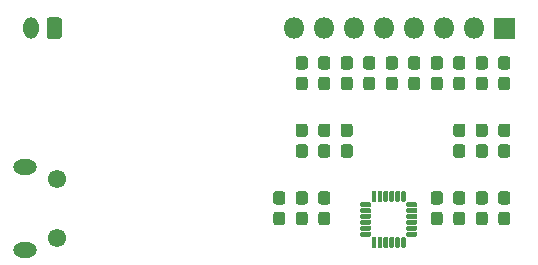
<source format=gbr>
%TF.GenerationSoftware,KiCad,Pcbnew,(5.1.9)-1*%
%TF.CreationDate,2021-06-05T13:50:50-03:00*%
%TF.ProjectId,Themu-Main,5468656d-752d-44d6-9169-6e2e6b696361,02*%
%TF.SameCoordinates,Original*%
%TF.FileFunction,Soldermask,Bot*%
%TF.FilePolarity,Negative*%
%FSLAX46Y46*%
G04 Gerber Fmt 4.6, Leading zero omitted, Abs format (unit mm)*
G04 Created by KiCad (PCBNEW (5.1.9)-1) date 2021-06-05 13:50:50*
%MOMM*%
%LPD*%
G01*
G04 APERTURE LIST*
%ADD10O,2.000000X1.300000*%
%ADD11C,1.550000*%
%ADD12O,1.300000X1.850000*%
%ADD13O,1.800000X1.800000*%
G04 APERTURE END LIST*
D10*
%TO.C,J1*%
X46387500Y-99385000D03*
X46387500Y-92385000D03*
D11*
X49087500Y-98385000D03*
X49087500Y-93385000D03*
%TD*%
D12*
%TO.C,J2*%
X46895000Y-80645000D03*
G36*
G01*
X49545000Y-79990832D02*
X49545000Y-81299168D01*
G75*
G02*
X49274168Y-81570000I-270832J0D01*
G01*
X48515832Y-81570000D01*
G75*
G02*
X48245000Y-81299168I0J270832D01*
G01*
X48245000Y-79990832D01*
G75*
G02*
X48515832Y-79720000I270832J0D01*
G01*
X49274168Y-79720000D01*
G75*
G02*
X49545000Y-79990832I0J-270832D01*
G01*
G37*
%TD*%
%TO.C,R21*%
G36*
G01*
X71492500Y-90470000D02*
X72017500Y-90470000D01*
G75*
G02*
X72280000Y-90732500I0J-262500D01*
G01*
X72280000Y-91357500D01*
G75*
G02*
X72017500Y-91620000I-262500J0D01*
G01*
X71492500Y-91620000D01*
G75*
G02*
X71230000Y-91357500I0J262500D01*
G01*
X71230000Y-90732500D01*
G75*
G02*
X71492500Y-90470000I262500J0D01*
G01*
G37*
G36*
G01*
X71492500Y-88720000D02*
X72017500Y-88720000D01*
G75*
G02*
X72280000Y-88982500I0J-262500D01*
G01*
X72280000Y-89607500D01*
G75*
G02*
X72017500Y-89870000I-262500J0D01*
G01*
X71492500Y-89870000D01*
G75*
G02*
X71230000Y-89607500I0J262500D01*
G01*
X71230000Y-88982500D01*
G75*
G02*
X71492500Y-88720000I262500J0D01*
G01*
G37*
%TD*%
%TO.C,R20*%
G36*
G01*
X73397500Y-90470000D02*
X73922500Y-90470000D01*
G75*
G02*
X74185000Y-90732500I0J-262500D01*
G01*
X74185000Y-91357500D01*
G75*
G02*
X73922500Y-91620000I-262500J0D01*
G01*
X73397500Y-91620000D01*
G75*
G02*
X73135000Y-91357500I0J262500D01*
G01*
X73135000Y-90732500D01*
G75*
G02*
X73397500Y-90470000I262500J0D01*
G01*
G37*
G36*
G01*
X73397500Y-88720000D02*
X73922500Y-88720000D01*
G75*
G02*
X74185000Y-88982500I0J-262500D01*
G01*
X74185000Y-89607500D01*
G75*
G02*
X73922500Y-89870000I-262500J0D01*
G01*
X73397500Y-89870000D01*
G75*
G02*
X73135000Y-89607500I0J262500D01*
G01*
X73135000Y-88982500D01*
G75*
G02*
X73397500Y-88720000I262500J0D01*
G01*
G37*
%TD*%
%TO.C,R3*%
G36*
G01*
X69587500Y-90470000D02*
X70112500Y-90470000D01*
G75*
G02*
X70375000Y-90732500I0J-262500D01*
G01*
X70375000Y-91357500D01*
G75*
G02*
X70112500Y-91620000I-262500J0D01*
G01*
X69587500Y-91620000D01*
G75*
G02*
X69325000Y-91357500I0J262500D01*
G01*
X69325000Y-90732500D01*
G75*
G02*
X69587500Y-90470000I262500J0D01*
G01*
G37*
G36*
G01*
X69587500Y-88720000D02*
X70112500Y-88720000D01*
G75*
G02*
X70375000Y-88982500I0J-262500D01*
G01*
X70375000Y-89607500D01*
G75*
G02*
X70112500Y-89870000I-262500J0D01*
G01*
X69587500Y-89870000D01*
G75*
G02*
X69325000Y-89607500I0J262500D01*
G01*
X69325000Y-88982500D01*
G75*
G02*
X69587500Y-88720000I262500J0D01*
G01*
G37*
%TD*%
%TO.C,C5*%
G36*
G01*
X86732500Y-90470000D02*
X87257500Y-90470000D01*
G75*
G02*
X87520000Y-90732500I0J-262500D01*
G01*
X87520000Y-91357500D01*
G75*
G02*
X87257500Y-91620000I-262500J0D01*
G01*
X86732500Y-91620000D01*
G75*
G02*
X86470000Y-91357500I0J262500D01*
G01*
X86470000Y-90732500D01*
G75*
G02*
X86732500Y-90470000I262500J0D01*
G01*
G37*
G36*
G01*
X86732500Y-88720000D02*
X87257500Y-88720000D01*
G75*
G02*
X87520000Y-88982500I0J-262500D01*
G01*
X87520000Y-89607500D01*
G75*
G02*
X87257500Y-89870000I-262500J0D01*
G01*
X86732500Y-89870000D01*
G75*
G02*
X86470000Y-89607500I0J262500D01*
G01*
X86470000Y-88982500D01*
G75*
G02*
X86732500Y-88720000I262500J0D01*
G01*
G37*
%TD*%
%TO.C,C6*%
G36*
G01*
X85352500Y-84155000D02*
X84827500Y-84155000D01*
G75*
G02*
X84565000Y-83892500I0J262500D01*
G01*
X84565000Y-83267500D01*
G75*
G02*
X84827500Y-83005000I262500J0D01*
G01*
X85352500Y-83005000D01*
G75*
G02*
X85615000Y-83267500I0J-262500D01*
G01*
X85615000Y-83892500D01*
G75*
G02*
X85352500Y-84155000I-262500J0D01*
G01*
G37*
G36*
G01*
X85352500Y-85905000D02*
X84827500Y-85905000D01*
G75*
G02*
X84565000Y-85642500I0J262500D01*
G01*
X84565000Y-85017500D01*
G75*
G02*
X84827500Y-84755000I262500J0D01*
G01*
X85352500Y-84755000D01*
G75*
G02*
X85615000Y-85017500I0J-262500D01*
G01*
X85615000Y-85642500D01*
G75*
G02*
X85352500Y-85905000I-262500J0D01*
G01*
G37*
%TD*%
%TO.C,C7*%
G36*
G01*
X87257500Y-85905000D02*
X86732500Y-85905000D01*
G75*
G02*
X86470000Y-85642500I0J262500D01*
G01*
X86470000Y-85017500D01*
G75*
G02*
X86732500Y-84755000I262500J0D01*
G01*
X87257500Y-84755000D01*
G75*
G02*
X87520000Y-85017500I0J-262500D01*
G01*
X87520000Y-85642500D01*
G75*
G02*
X87257500Y-85905000I-262500J0D01*
G01*
G37*
G36*
G01*
X87257500Y-84155000D02*
X86732500Y-84155000D01*
G75*
G02*
X86470000Y-83892500I0J262500D01*
G01*
X86470000Y-83267500D01*
G75*
G02*
X86732500Y-83005000I262500J0D01*
G01*
X87257500Y-83005000D01*
G75*
G02*
X87520000Y-83267500I0J-262500D01*
G01*
X87520000Y-83892500D01*
G75*
G02*
X87257500Y-84155000I-262500J0D01*
G01*
G37*
%TD*%
%TO.C,C9*%
G36*
G01*
X72017500Y-84155000D02*
X71492500Y-84155000D01*
G75*
G02*
X71230000Y-83892500I0J262500D01*
G01*
X71230000Y-83267500D01*
G75*
G02*
X71492500Y-83005000I262500J0D01*
G01*
X72017500Y-83005000D01*
G75*
G02*
X72280000Y-83267500I0J-262500D01*
G01*
X72280000Y-83892500D01*
G75*
G02*
X72017500Y-84155000I-262500J0D01*
G01*
G37*
G36*
G01*
X72017500Y-85905000D02*
X71492500Y-85905000D01*
G75*
G02*
X71230000Y-85642500I0J262500D01*
G01*
X71230000Y-85017500D01*
G75*
G02*
X71492500Y-84755000I262500J0D01*
G01*
X72017500Y-84755000D01*
G75*
G02*
X72280000Y-85017500I0J-262500D01*
G01*
X72280000Y-85642500D01*
G75*
G02*
X72017500Y-85905000I-262500J0D01*
G01*
G37*
%TD*%
%TO.C,C10*%
G36*
G01*
X84827500Y-94435000D02*
X85352500Y-94435000D01*
G75*
G02*
X85615000Y-94697500I0J-262500D01*
G01*
X85615000Y-95322500D01*
G75*
G02*
X85352500Y-95585000I-262500J0D01*
G01*
X84827500Y-95585000D01*
G75*
G02*
X84565000Y-95322500I0J262500D01*
G01*
X84565000Y-94697500D01*
G75*
G02*
X84827500Y-94435000I262500J0D01*
G01*
G37*
G36*
G01*
X84827500Y-96185000D02*
X85352500Y-96185000D01*
G75*
G02*
X85615000Y-96447500I0J-262500D01*
G01*
X85615000Y-97072500D01*
G75*
G02*
X85352500Y-97335000I-262500J0D01*
G01*
X84827500Y-97335000D01*
G75*
G02*
X84565000Y-97072500I0J262500D01*
G01*
X84565000Y-96447500D01*
G75*
G02*
X84827500Y-96185000I262500J0D01*
G01*
G37*
%TD*%
%TO.C,C11*%
G36*
G01*
X82922500Y-96185000D02*
X83447500Y-96185000D01*
G75*
G02*
X83710000Y-96447500I0J-262500D01*
G01*
X83710000Y-97072500D01*
G75*
G02*
X83447500Y-97335000I-262500J0D01*
G01*
X82922500Y-97335000D01*
G75*
G02*
X82660000Y-97072500I0J262500D01*
G01*
X82660000Y-96447500D01*
G75*
G02*
X82922500Y-96185000I262500J0D01*
G01*
G37*
G36*
G01*
X82922500Y-94435000D02*
X83447500Y-94435000D01*
G75*
G02*
X83710000Y-94697500I0J-262500D01*
G01*
X83710000Y-95322500D01*
G75*
G02*
X83447500Y-95585000I-262500J0D01*
G01*
X82922500Y-95585000D01*
G75*
G02*
X82660000Y-95322500I0J262500D01*
G01*
X82660000Y-94697500D01*
G75*
G02*
X82922500Y-94435000I262500J0D01*
G01*
G37*
%TD*%
%TO.C,C12*%
G36*
G01*
X81017500Y-94435000D02*
X81542500Y-94435000D01*
G75*
G02*
X81805000Y-94697500I0J-262500D01*
G01*
X81805000Y-95322500D01*
G75*
G02*
X81542500Y-95585000I-262500J0D01*
G01*
X81017500Y-95585000D01*
G75*
G02*
X80755000Y-95322500I0J262500D01*
G01*
X80755000Y-94697500D01*
G75*
G02*
X81017500Y-94435000I262500J0D01*
G01*
G37*
G36*
G01*
X81017500Y-96185000D02*
X81542500Y-96185000D01*
G75*
G02*
X81805000Y-96447500I0J-262500D01*
G01*
X81805000Y-97072500D01*
G75*
G02*
X81542500Y-97335000I-262500J0D01*
G01*
X81017500Y-97335000D01*
G75*
G02*
X80755000Y-97072500I0J262500D01*
G01*
X80755000Y-96447500D01*
G75*
G02*
X81017500Y-96185000I262500J0D01*
G01*
G37*
%TD*%
%TO.C,C13*%
G36*
G01*
X68207500Y-97335000D02*
X67682500Y-97335000D01*
G75*
G02*
X67420000Y-97072500I0J262500D01*
G01*
X67420000Y-96447500D01*
G75*
G02*
X67682500Y-96185000I262500J0D01*
G01*
X68207500Y-96185000D01*
G75*
G02*
X68470000Y-96447500I0J-262500D01*
G01*
X68470000Y-97072500D01*
G75*
G02*
X68207500Y-97335000I-262500J0D01*
G01*
G37*
G36*
G01*
X68207500Y-95585000D02*
X67682500Y-95585000D01*
G75*
G02*
X67420000Y-95322500I0J262500D01*
G01*
X67420000Y-94697500D01*
G75*
G02*
X67682500Y-94435000I262500J0D01*
G01*
X68207500Y-94435000D01*
G75*
G02*
X68470000Y-94697500I0J-262500D01*
G01*
X68470000Y-95322500D01*
G75*
G02*
X68207500Y-95585000I-262500J0D01*
G01*
G37*
%TD*%
D13*
%TO.C,J3*%
X69215000Y-80645000D03*
X71755000Y-80645000D03*
X74295000Y-80645000D03*
X76835000Y-80645000D03*
X79375000Y-80645000D03*
X81915000Y-80645000D03*
X84455000Y-80645000D03*
G36*
G01*
X87845000Y-81545000D02*
X86145000Y-81545000D01*
G75*
G02*
X86095000Y-81495000I0J50000D01*
G01*
X86095000Y-79795000D01*
G75*
G02*
X86145000Y-79745000I50000J0D01*
G01*
X87845000Y-79745000D01*
G75*
G02*
X87895000Y-79795000I0J-50000D01*
G01*
X87895000Y-81495000D01*
G75*
G02*
X87845000Y-81545000I-50000J0D01*
G01*
G37*
%TD*%
%TO.C,R5*%
G36*
G01*
X82922500Y-90470000D02*
X83447500Y-90470000D01*
G75*
G02*
X83710000Y-90732500I0J-262500D01*
G01*
X83710000Y-91357500D01*
G75*
G02*
X83447500Y-91620000I-262500J0D01*
G01*
X82922500Y-91620000D01*
G75*
G02*
X82660000Y-91357500I0J262500D01*
G01*
X82660000Y-90732500D01*
G75*
G02*
X82922500Y-90470000I262500J0D01*
G01*
G37*
G36*
G01*
X82922500Y-88720000D02*
X83447500Y-88720000D01*
G75*
G02*
X83710000Y-88982500I0J-262500D01*
G01*
X83710000Y-89607500D01*
G75*
G02*
X83447500Y-89870000I-262500J0D01*
G01*
X82922500Y-89870000D01*
G75*
G02*
X82660000Y-89607500I0J262500D01*
G01*
X82660000Y-88982500D01*
G75*
G02*
X82922500Y-88720000I262500J0D01*
G01*
G37*
%TD*%
%TO.C,R10*%
G36*
G01*
X85352500Y-89870000D02*
X84827500Y-89870000D01*
G75*
G02*
X84565000Y-89607500I0J262500D01*
G01*
X84565000Y-88982500D01*
G75*
G02*
X84827500Y-88720000I262500J0D01*
G01*
X85352500Y-88720000D01*
G75*
G02*
X85615000Y-88982500I0J-262500D01*
G01*
X85615000Y-89607500D01*
G75*
G02*
X85352500Y-89870000I-262500J0D01*
G01*
G37*
G36*
G01*
X85352500Y-91620000D02*
X84827500Y-91620000D01*
G75*
G02*
X84565000Y-91357500I0J262500D01*
G01*
X84565000Y-90732500D01*
G75*
G02*
X84827500Y-90470000I262500J0D01*
G01*
X85352500Y-90470000D01*
G75*
G02*
X85615000Y-90732500I0J-262500D01*
G01*
X85615000Y-91357500D01*
G75*
G02*
X85352500Y-91620000I-262500J0D01*
G01*
G37*
%TD*%
%TO.C,R11*%
G36*
G01*
X73397500Y-84755000D02*
X73922500Y-84755000D01*
G75*
G02*
X74185000Y-85017500I0J-262500D01*
G01*
X74185000Y-85642500D01*
G75*
G02*
X73922500Y-85905000I-262500J0D01*
G01*
X73397500Y-85905000D01*
G75*
G02*
X73135000Y-85642500I0J262500D01*
G01*
X73135000Y-85017500D01*
G75*
G02*
X73397500Y-84755000I262500J0D01*
G01*
G37*
G36*
G01*
X73397500Y-83005000D02*
X73922500Y-83005000D01*
G75*
G02*
X74185000Y-83267500I0J-262500D01*
G01*
X74185000Y-83892500D01*
G75*
G02*
X73922500Y-84155000I-262500J0D01*
G01*
X73397500Y-84155000D01*
G75*
G02*
X73135000Y-83892500I0J262500D01*
G01*
X73135000Y-83267500D01*
G75*
G02*
X73397500Y-83005000I262500J0D01*
G01*
G37*
%TD*%
%TO.C,R12*%
G36*
G01*
X69587500Y-96185000D02*
X70112500Y-96185000D01*
G75*
G02*
X70375000Y-96447500I0J-262500D01*
G01*
X70375000Y-97072500D01*
G75*
G02*
X70112500Y-97335000I-262500J0D01*
G01*
X69587500Y-97335000D01*
G75*
G02*
X69325000Y-97072500I0J262500D01*
G01*
X69325000Y-96447500D01*
G75*
G02*
X69587500Y-96185000I262500J0D01*
G01*
G37*
G36*
G01*
X69587500Y-94435000D02*
X70112500Y-94435000D01*
G75*
G02*
X70375000Y-94697500I0J-262500D01*
G01*
X70375000Y-95322500D01*
G75*
G02*
X70112500Y-95585000I-262500J0D01*
G01*
X69587500Y-95585000D01*
G75*
G02*
X69325000Y-95322500I0J262500D01*
G01*
X69325000Y-94697500D01*
G75*
G02*
X69587500Y-94435000I262500J0D01*
G01*
G37*
%TD*%
%TO.C,R13*%
G36*
G01*
X86732500Y-94435000D02*
X87257500Y-94435000D01*
G75*
G02*
X87520000Y-94697500I0J-262500D01*
G01*
X87520000Y-95322500D01*
G75*
G02*
X87257500Y-95585000I-262500J0D01*
G01*
X86732500Y-95585000D01*
G75*
G02*
X86470000Y-95322500I0J262500D01*
G01*
X86470000Y-94697500D01*
G75*
G02*
X86732500Y-94435000I262500J0D01*
G01*
G37*
G36*
G01*
X86732500Y-96185000D02*
X87257500Y-96185000D01*
G75*
G02*
X87520000Y-96447500I0J-262500D01*
G01*
X87520000Y-97072500D01*
G75*
G02*
X87257500Y-97335000I-262500J0D01*
G01*
X86732500Y-97335000D01*
G75*
G02*
X86470000Y-97072500I0J262500D01*
G01*
X86470000Y-96447500D01*
G75*
G02*
X86732500Y-96185000I262500J0D01*
G01*
G37*
%TD*%
%TO.C,R14*%
G36*
G01*
X71492500Y-94435000D02*
X72017500Y-94435000D01*
G75*
G02*
X72280000Y-94697500I0J-262500D01*
G01*
X72280000Y-95322500D01*
G75*
G02*
X72017500Y-95585000I-262500J0D01*
G01*
X71492500Y-95585000D01*
G75*
G02*
X71230000Y-95322500I0J262500D01*
G01*
X71230000Y-94697500D01*
G75*
G02*
X71492500Y-94435000I262500J0D01*
G01*
G37*
G36*
G01*
X71492500Y-96185000D02*
X72017500Y-96185000D01*
G75*
G02*
X72280000Y-96447500I0J-262500D01*
G01*
X72280000Y-97072500D01*
G75*
G02*
X72017500Y-97335000I-262500J0D01*
G01*
X71492500Y-97335000D01*
G75*
G02*
X71230000Y-97072500I0J262500D01*
G01*
X71230000Y-96447500D01*
G75*
G02*
X71492500Y-96185000I262500J0D01*
G01*
G37*
%TD*%
%TO.C,R15*%
G36*
G01*
X82922500Y-83005000D02*
X83447500Y-83005000D01*
G75*
G02*
X83710000Y-83267500I0J-262500D01*
G01*
X83710000Y-83892500D01*
G75*
G02*
X83447500Y-84155000I-262500J0D01*
G01*
X82922500Y-84155000D01*
G75*
G02*
X82660000Y-83892500I0J262500D01*
G01*
X82660000Y-83267500D01*
G75*
G02*
X82922500Y-83005000I262500J0D01*
G01*
G37*
G36*
G01*
X82922500Y-84755000D02*
X83447500Y-84755000D01*
G75*
G02*
X83710000Y-85017500I0J-262500D01*
G01*
X83710000Y-85642500D01*
G75*
G02*
X83447500Y-85905000I-262500J0D01*
G01*
X82922500Y-85905000D01*
G75*
G02*
X82660000Y-85642500I0J262500D01*
G01*
X82660000Y-85017500D01*
G75*
G02*
X82922500Y-84755000I262500J0D01*
G01*
G37*
%TD*%
%TO.C,R16*%
G36*
G01*
X81017500Y-84755000D02*
X81542500Y-84755000D01*
G75*
G02*
X81805000Y-85017500I0J-262500D01*
G01*
X81805000Y-85642500D01*
G75*
G02*
X81542500Y-85905000I-262500J0D01*
G01*
X81017500Y-85905000D01*
G75*
G02*
X80755000Y-85642500I0J262500D01*
G01*
X80755000Y-85017500D01*
G75*
G02*
X81017500Y-84755000I262500J0D01*
G01*
G37*
G36*
G01*
X81017500Y-83005000D02*
X81542500Y-83005000D01*
G75*
G02*
X81805000Y-83267500I0J-262500D01*
G01*
X81805000Y-83892500D01*
G75*
G02*
X81542500Y-84155000I-262500J0D01*
G01*
X81017500Y-84155000D01*
G75*
G02*
X80755000Y-83892500I0J262500D01*
G01*
X80755000Y-83267500D01*
G75*
G02*
X81017500Y-83005000I262500J0D01*
G01*
G37*
%TD*%
%TO.C,R17*%
G36*
G01*
X79112500Y-83005000D02*
X79637500Y-83005000D01*
G75*
G02*
X79900000Y-83267500I0J-262500D01*
G01*
X79900000Y-83892500D01*
G75*
G02*
X79637500Y-84155000I-262500J0D01*
G01*
X79112500Y-84155000D01*
G75*
G02*
X78850000Y-83892500I0J262500D01*
G01*
X78850000Y-83267500D01*
G75*
G02*
X79112500Y-83005000I262500J0D01*
G01*
G37*
G36*
G01*
X79112500Y-84755000D02*
X79637500Y-84755000D01*
G75*
G02*
X79900000Y-85017500I0J-262500D01*
G01*
X79900000Y-85642500D01*
G75*
G02*
X79637500Y-85905000I-262500J0D01*
G01*
X79112500Y-85905000D01*
G75*
G02*
X78850000Y-85642500I0J262500D01*
G01*
X78850000Y-85017500D01*
G75*
G02*
X79112500Y-84755000I262500J0D01*
G01*
G37*
%TD*%
%TO.C,R18*%
G36*
G01*
X77207500Y-84755000D02*
X77732500Y-84755000D01*
G75*
G02*
X77995000Y-85017500I0J-262500D01*
G01*
X77995000Y-85642500D01*
G75*
G02*
X77732500Y-85905000I-262500J0D01*
G01*
X77207500Y-85905000D01*
G75*
G02*
X76945000Y-85642500I0J262500D01*
G01*
X76945000Y-85017500D01*
G75*
G02*
X77207500Y-84755000I262500J0D01*
G01*
G37*
G36*
G01*
X77207500Y-83005000D02*
X77732500Y-83005000D01*
G75*
G02*
X77995000Y-83267500I0J-262500D01*
G01*
X77995000Y-83892500D01*
G75*
G02*
X77732500Y-84155000I-262500J0D01*
G01*
X77207500Y-84155000D01*
G75*
G02*
X76945000Y-83892500I0J262500D01*
G01*
X76945000Y-83267500D01*
G75*
G02*
X77207500Y-83005000I262500J0D01*
G01*
G37*
%TD*%
%TO.C,R19*%
G36*
G01*
X75302500Y-83005000D02*
X75827500Y-83005000D01*
G75*
G02*
X76090000Y-83267500I0J-262500D01*
G01*
X76090000Y-83892500D01*
G75*
G02*
X75827500Y-84155000I-262500J0D01*
G01*
X75302500Y-84155000D01*
G75*
G02*
X75040000Y-83892500I0J262500D01*
G01*
X75040000Y-83267500D01*
G75*
G02*
X75302500Y-83005000I262500J0D01*
G01*
G37*
G36*
G01*
X75302500Y-84755000D02*
X75827500Y-84755000D01*
G75*
G02*
X76090000Y-85017500I0J-262500D01*
G01*
X76090000Y-85642500D01*
G75*
G02*
X75827500Y-85905000I-262500J0D01*
G01*
X75302500Y-85905000D01*
G75*
G02*
X75040000Y-85642500I0J262500D01*
G01*
X75040000Y-85017500D01*
G75*
G02*
X75302500Y-84755000I262500J0D01*
G01*
G37*
%TD*%
%TO.C,U5*%
G36*
G01*
X74791000Y-98187500D02*
X74791000Y-97987500D01*
G75*
G02*
X74891000Y-97887500I100000J0D01*
G01*
X75641000Y-97887500D01*
G75*
G02*
X75741000Y-97987500I0J-100000D01*
G01*
X75741000Y-98187500D01*
G75*
G02*
X75641000Y-98287500I-100000J0D01*
G01*
X74891000Y-98287500D01*
G75*
G02*
X74791000Y-98187500I0J100000D01*
G01*
G37*
G36*
G01*
X74791000Y-97687500D02*
X74791000Y-97487500D01*
G75*
G02*
X74891000Y-97387500I100000J0D01*
G01*
X75641000Y-97387500D01*
G75*
G02*
X75741000Y-97487500I0J-100000D01*
G01*
X75741000Y-97687500D01*
G75*
G02*
X75641000Y-97787500I-100000J0D01*
G01*
X74891000Y-97787500D01*
G75*
G02*
X74791000Y-97687500I0J100000D01*
G01*
G37*
G36*
G01*
X74791000Y-97187500D02*
X74791000Y-96987500D01*
G75*
G02*
X74891000Y-96887500I100000J0D01*
G01*
X75641000Y-96887500D01*
G75*
G02*
X75741000Y-96987500I0J-100000D01*
G01*
X75741000Y-97187500D01*
G75*
G02*
X75641000Y-97287500I-100000J0D01*
G01*
X74891000Y-97287500D01*
G75*
G02*
X74791000Y-97187500I0J100000D01*
G01*
G37*
G36*
G01*
X74791000Y-96687500D02*
X74791000Y-96487500D01*
G75*
G02*
X74891000Y-96387500I100000J0D01*
G01*
X75641000Y-96387500D01*
G75*
G02*
X75741000Y-96487500I0J-100000D01*
G01*
X75741000Y-96687500D01*
G75*
G02*
X75641000Y-96787500I-100000J0D01*
G01*
X74891000Y-96787500D01*
G75*
G02*
X74791000Y-96687500I0J100000D01*
G01*
G37*
G36*
G01*
X74791000Y-96187500D02*
X74791000Y-95987500D01*
G75*
G02*
X74891000Y-95887500I100000J0D01*
G01*
X75641000Y-95887500D01*
G75*
G02*
X75741000Y-95987500I0J-100000D01*
G01*
X75741000Y-96187500D01*
G75*
G02*
X75641000Y-96287500I-100000J0D01*
G01*
X74891000Y-96287500D01*
G75*
G02*
X74791000Y-96187500I0J100000D01*
G01*
G37*
G36*
G01*
X74791000Y-95687500D02*
X74791000Y-95487500D01*
G75*
G02*
X74891000Y-95387500I100000J0D01*
G01*
X75641000Y-95387500D01*
G75*
G02*
X75741000Y-95487500I0J-100000D01*
G01*
X75741000Y-95687500D01*
G75*
G02*
X75641000Y-95787500I-100000J0D01*
G01*
X74891000Y-95787500D01*
G75*
G02*
X74791000Y-95687500I0J100000D01*
G01*
G37*
G36*
G01*
X75866000Y-94412500D02*
X76066000Y-94412500D01*
G75*
G02*
X76166000Y-94512500I0J-100000D01*
G01*
X76166000Y-95262500D01*
G75*
G02*
X76066000Y-95362500I-100000J0D01*
G01*
X75866000Y-95362500D01*
G75*
G02*
X75766000Y-95262500I0J100000D01*
G01*
X75766000Y-94512500D01*
G75*
G02*
X75866000Y-94412500I100000J0D01*
G01*
G37*
G36*
G01*
X76366000Y-94412500D02*
X76566000Y-94412500D01*
G75*
G02*
X76666000Y-94512500I0J-100000D01*
G01*
X76666000Y-95262500D01*
G75*
G02*
X76566000Y-95362500I-100000J0D01*
G01*
X76366000Y-95362500D01*
G75*
G02*
X76266000Y-95262500I0J100000D01*
G01*
X76266000Y-94512500D01*
G75*
G02*
X76366000Y-94412500I100000J0D01*
G01*
G37*
G36*
G01*
X76866000Y-94412500D02*
X77066000Y-94412500D01*
G75*
G02*
X77166000Y-94512500I0J-100000D01*
G01*
X77166000Y-95262500D01*
G75*
G02*
X77066000Y-95362500I-100000J0D01*
G01*
X76866000Y-95362500D01*
G75*
G02*
X76766000Y-95262500I0J100000D01*
G01*
X76766000Y-94512500D01*
G75*
G02*
X76866000Y-94412500I100000J0D01*
G01*
G37*
G36*
G01*
X77366000Y-94412500D02*
X77566000Y-94412500D01*
G75*
G02*
X77666000Y-94512500I0J-100000D01*
G01*
X77666000Y-95262500D01*
G75*
G02*
X77566000Y-95362500I-100000J0D01*
G01*
X77366000Y-95362500D01*
G75*
G02*
X77266000Y-95262500I0J100000D01*
G01*
X77266000Y-94512500D01*
G75*
G02*
X77366000Y-94412500I100000J0D01*
G01*
G37*
G36*
G01*
X77866000Y-94412500D02*
X78066000Y-94412500D01*
G75*
G02*
X78166000Y-94512500I0J-100000D01*
G01*
X78166000Y-95262500D01*
G75*
G02*
X78066000Y-95362500I-100000J0D01*
G01*
X77866000Y-95362500D01*
G75*
G02*
X77766000Y-95262500I0J100000D01*
G01*
X77766000Y-94512500D01*
G75*
G02*
X77866000Y-94412500I100000J0D01*
G01*
G37*
G36*
G01*
X78366000Y-94412500D02*
X78566000Y-94412500D01*
G75*
G02*
X78666000Y-94512500I0J-100000D01*
G01*
X78666000Y-95262500D01*
G75*
G02*
X78566000Y-95362500I-100000J0D01*
G01*
X78366000Y-95362500D01*
G75*
G02*
X78266000Y-95262500I0J100000D01*
G01*
X78266000Y-94512500D01*
G75*
G02*
X78366000Y-94412500I100000J0D01*
G01*
G37*
G36*
G01*
X78691000Y-95687500D02*
X78691000Y-95487500D01*
G75*
G02*
X78791000Y-95387500I100000J0D01*
G01*
X79541000Y-95387500D01*
G75*
G02*
X79641000Y-95487500I0J-100000D01*
G01*
X79641000Y-95687500D01*
G75*
G02*
X79541000Y-95787500I-100000J0D01*
G01*
X78791000Y-95787500D01*
G75*
G02*
X78691000Y-95687500I0J100000D01*
G01*
G37*
G36*
G01*
X78691000Y-96187500D02*
X78691000Y-95987500D01*
G75*
G02*
X78791000Y-95887500I100000J0D01*
G01*
X79541000Y-95887500D01*
G75*
G02*
X79641000Y-95987500I0J-100000D01*
G01*
X79641000Y-96187500D01*
G75*
G02*
X79541000Y-96287500I-100000J0D01*
G01*
X78791000Y-96287500D01*
G75*
G02*
X78691000Y-96187500I0J100000D01*
G01*
G37*
G36*
G01*
X78691000Y-96687500D02*
X78691000Y-96487500D01*
G75*
G02*
X78791000Y-96387500I100000J0D01*
G01*
X79541000Y-96387500D01*
G75*
G02*
X79641000Y-96487500I0J-100000D01*
G01*
X79641000Y-96687500D01*
G75*
G02*
X79541000Y-96787500I-100000J0D01*
G01*
X78791000Y-96787500D01*
G75*
G02*
X78691000Y-96687500I0J100000D01*
G01*
G37*
G36*
G01*
X78691000Y-97187500D02*
X78691000Y-96987500D01*
G75*
G02*
X78791000Y-96887500I100000J0D01*
G01*
X79541000Y-96887500D01*
G75*
G02*
X79641000Y-96987500I0J-100000D01*
G01*
X79641000Y-97187500D01*
G75*
G02*
X79541000Y-97287500I-100000J0D01*
G01*
X78791000Y-97287500D01*
G75*
G02*
X78691000Y-97187500I0J100000D01*
G01*
G37*
G36*
G01*
X78691000Y-97687500D02*
X78691000Y-97487500D01*
G75*
G02*
X78791000Y-97387500I100000J0D01*
G01*
X79541000Y-97387500D01*
G75*
G02*
X79641000Y-97487500I0J-100000D01*
G01*
X79641000Y-97687500D01*
G75*
G02*
X79541000Y-97787500I-100000J0D01*
G01*
X78791000Y-97787500D01*
G75*
G02*
X78691000Y-97687500I0J100000D01*
G01*
G37*
G36*
G01*
X78691000Y-98187500D02*
X78691000Y-97987500D01*
G75*
G02*
X78791000Y-97887500I100000J0D01*
G01*
X79541000Y-97887500D01*
G75*
G02*
X79641000Y-97987500I0J-100000D01*
G01*
X79641000Y-98187500D01*
G75*
G02*
X79541000Y-98287500I-100000J0D01*
G01*
X78791000Y-98287500D01*
G75*
G02*
X78691000Y-98187500I0J100000D01*
G01*
G37*
G36*
G01*
X78366000Y-98312500D02*
X78566000Y-98312500D01*
G75*
G02*
X78666000Y-98412500I0J-100000D01*
G01*
X78666000Y-99162500D01*
G75*
G02*
X78566000Y-99262500I-100000J0D01*
G01*
X78366000Y-99262500D01*
G75*
G02*
X78266000Y-99162500I0J100000D01*
G01*
X78266000Y-98412500D01*
G75*
G02*
X78366000Y-98312500I100000J0D01*
G01*
G37*
G36*
G01*
X77866000Y-98312500D02*
X78066000Y-98312500D01*
G75*
G02*
X78166000Y-98412500I0J-100000D01*
G01*
X78166000Y-99162500D01*
G75*
G02*
X78066000Y-99262500I-100000J0D01*
G01*
X77866000Y-99262500D01*
G75*
G02*
X77766000Y-99162500I0J100000D01*
G01*
X77766000Y-98412500D01*
G75*
G02*
X77866000Y-98312500I100000J0D01*
G01*
G37*
G36*
G01*
X77366000Y-98312500D02*
X77566000Y-98312500D01*
G75*
G02*
X77666000Y-98412500I0J-100000D01*
G01*
X77666000Y-99162500D01*
G75*
G02*
X77566000Y-99262500I-100000J0D01*
G01*
X77366000Y-99262500D01*
G75*
G02*
X77266000Y-99162500I0J100000D01*
G01*
X77266000Y-98412500D01*
G75*
G02*
X77366000Y-98312500I100000J0D01*
G01*
G37*
G36*
G01*
X76866000Y-98312500D02*
X77066000Y-98312500D01*
G75*
G02*
X77166000Y-98412500I0J-100000D01*
G01*
X77166000Y-99162500D01*
G75*
G02*
X77066000Y-99262500I-100000J0D01*
G01*
X76866000Y-99262500D01*
G75*
G02*
X76766000Y-99162500I0J100000D01*
G01*
X76766000Y-98412500D01*
G75*
G02*
X76866000Y-98312500I100000J0D01*
G01*
G37*
G36*
G01*
X76366000Y-98312500D02*
X76566000Y-98312500D01*
G75*
G02*
X76666000Y-98412500I0J-100000D01*
G01*
X76666000Y-99162500D01*
G75*
G02*
X76566000Y-99262500I-100000J0D01*
G01*
X76366000Y-99262500D01*
G75*
G02*
X76266000Y-99162500I0J100000D01*
G01*
X76266000Y-98412500D01*
G75*
G02*
X76366000Y-98312500I100000J0D01*
G01*
G37*
G36*
G01*
X75866000Y-98312500D02*
X76066000Y-98312500D01*
G75*
G02*
X76166000Y-98412500I0J-100000D01*
G01*
X76166000Y-99162500D01*
G75*
G02*
X76066000Y-99262500I-100000J0D01*
G01*
X75866000Y-99262500D01*
G75*
G02*
X75766000Y-99162500I0J100000D01*
G01*
X75766000Y-98412500D01*
G75*
G02*
X75866000Y-98312500I100000J0D01*
G01*
G37*
%TD*%
%TO.C,R22*%
G36*
G01*
X69587500Y-84755000D02*
X70112500Y-84755000D01*
G75*
G02*
X70375000Y-85017500I0J-262500D01*
G01*
X70375000Y-85642500D01*
G75*
G02*
X70112500Y-85905000I-262500J0D01*
G01*
X69587500Y-85905000D01*
G75*
G02*
X69325000Y-85642500I0J262500D01*
G01*
X69325000Y-85017500D01*
G75*
G02*
X69587500Y-84755000I262500J0D01*
G01*
G37*
G36*
G01*
X69587500Y-83005000D02*
X70112500Y-83005000D01*
G75*
G02*
X70375000Y-83267500I0J-262500D01*
G01*
X70375000Y-83892500D01*
G75*
G02*
X70112500Y-84155000I-262500J0D01*
G01*
X69587500Y-84155000D01*
G75*
G02*
X69325000Y-83892500I0J262500D01*
G01*
X69325000Y-83267500D01*
G75*
G02*
X69587500Y-83005000I262500J0D01*
G01*
G37*
%TD*%
M02*

</source>
